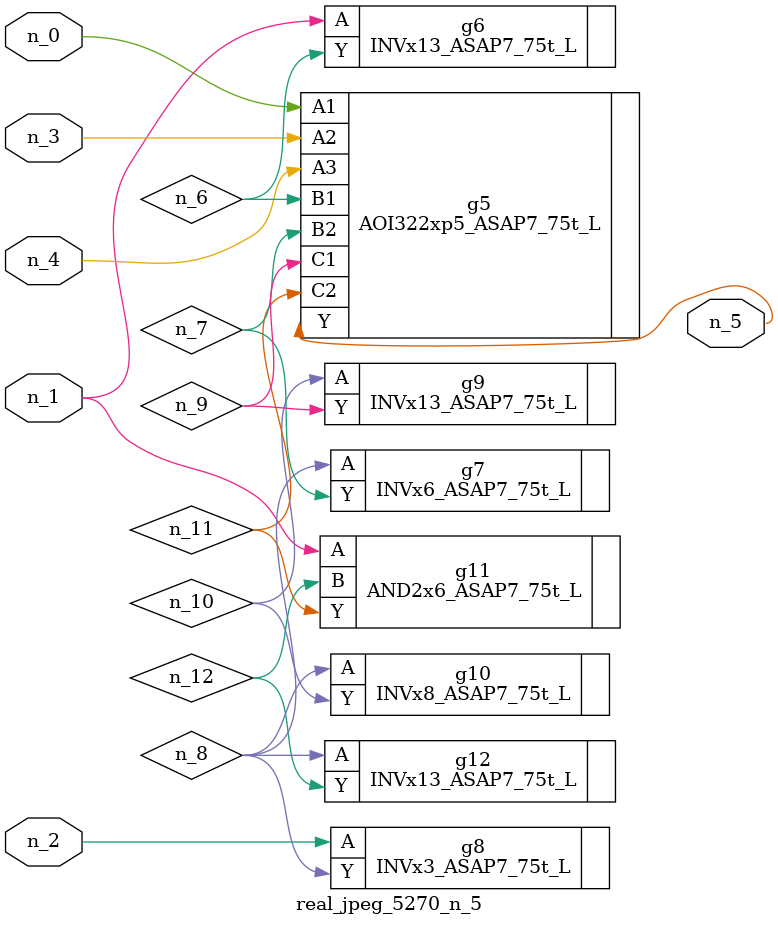
<source format=v>
module real_jpeg_5270_n_5 (n_4, n_0, n_1, n_2, n_3, n_5);

input n_4;
input n_0;
input n_1;
input n_2;
input n_3;

output n_5;

wire n_12;
wire n_8;
wire n_11;
wire n_6;
wire n_7;
wire n_10;
wire n_9;

AOI322xp5_ASAP7_75t_L g5 ( 
.A1(n_0),
.A2(n_3),
.A3(n_4),
.B1(n_6),
.B2(n_7),
.C1(n_9),
.C2(n_11),
.Y(n_5)
);

INVx13_ASAP7_75t_L g6 ( 
.A(n_1),
.Y(n_6)
);

AND2x6_ASAP7_75t_L g11 ( 
.A(n_1),
.B(n_12),
.Y(n_11)
);

INVx3_ASAP7_75t_L g8 ( 
.A(n_2),
.Y(n_8)
);

INVx6_ASAP7_75t_L g7 ( 
.A(n_8),
.Y(n_7)
);

INVx8_ASAP7_75t_L g10 ( 
.A(n_8),
.Y(n_10)
);

INVx13_ASAP7_75t_L g12 ( 
.A(n_8),
.Y(n_12)
);

INVx13_ASAP7_75t_L g9 ( 
.A(n_10),
.Y(n_9)
);


endmodule
</source>
